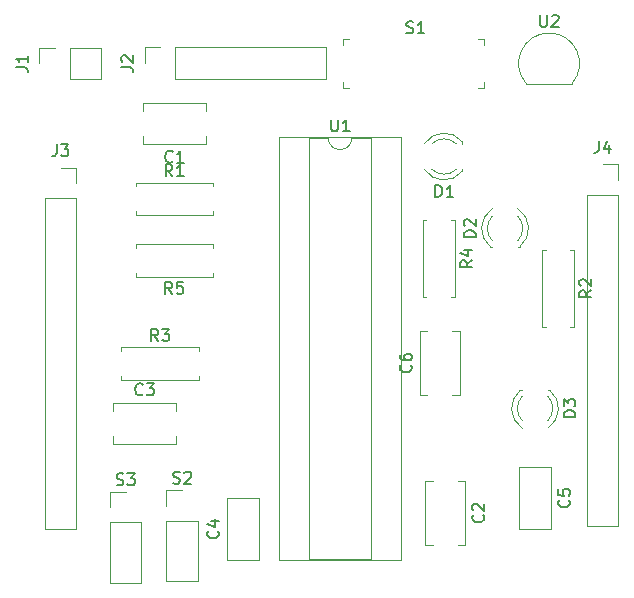
<source format=gbr>
%TF.GenerationSoftware,KiCad,Pcbnew,7.0.1-0*%
%TF.CreationDate,2023-04-18T13:23:17-05:00*%
%TF.ProjectId,ME 433 PCB,4d452034-3333-4205-9043-422e6b696361,rev?*%
%TF.SameCoordinates,Original*%
%TF.FileFunction,Legend,Top*%
%TF.FilePolarity,Positive*%
%FSLAX46Y46*%
G04 Gerber Fmt 4.6, Leading zero omitted, Abs format (unit mm)*
G04 Created by KiCad (PCBNEW 7.0.1-0) date 2023-04-18 13:23:17*
%MOMM*%
%LPD*%
G01*
G04 APERTURE LIST*
%ADD10C,0.150000*%
%ADD11C,0.120000*%
%ADD12C,0.100000*%
G04 APERTURE END LIST*
D10*
%TO.C,R1*%
X111525572Y-113684093D02*
X111192239Y-113207902D01*
X110954144Y-113684093D02*
X110954144Y-112684093D01*
X110954144Y-112684093D02*
X111335096Y-112684093D01*
X111335096Y-112684093D02*
X111430334Y-112731712D01*
X111430334Y-112731712D02*
X111477953Y-112779331D01*
X111477953Y-112779331D02*
X111525572Y-112874569D01*
X111525572Y-112874569D02*
X111525572Y-113017426D01*
X111525572Y-113017426D02*
X111477953Y-113112664D01*
X111477953Y-113112664D02*
X111430334Y-113160283D01*
X111430334Y-113160283D02*
X111335096Y-113207902D01*
X111335096Y-113207902D02*
X110954144Y-113207902D01*
X112477953Y-113684093D02*
X111906525Y-113684093D01*
X112192239Y-113684093D02*
X112192239Y-112684093D01*
X112192239Y-112684093D02*
X112097001Y-112826950D01*
X112097001Y-112826950D02*
X112001763Y-112922188D01*
X112001763Y-112922188D02*
X111906525Y-112969807D01*
%TO.C,R3*%
X110323333Y-127632619D02*
X109990000Y-127156428D01*
X109751905Y-127632619D02*
X109751905Y-126632619D01*
X109751905Y-126632619D02*
X110132857Y-126632619D01*
X110132857Y-126632619D02*
X110228095Y-126680238D01*
X110228095Y-126680238D02*
X110275714Y-126727857D01*
X110275714Y-126727857D02*
X110323333Y-126823095D01*
X110323333Y-126823095D02*
X110323333Y-126965952D01*
X110323333Y-126965952D02*
X110275714Y-127061190D01*
X110275714Y-127061190D02*
X110228095Y-127108809D01*
X110228095Y-127108809D02*
X110132857Y-127156428D01*
X110132857Y-127156428D02*
X109751905Y-127156428D01*
X110656667Y-126632619D02*
X111275714Y-126632619D01*
X111275714Y-126632619D02*
X110942381Y-127013571D01*
X110942381Y-127013571D02*
X111085238Y-127013571D01*
X111085238Y-127013571D02*
X111180476Y-127061190D01*
X111180476Y-127061190D02*
X111228095Y-127108809D01*
X111228095Y-127108809D02*
X111275714Y-127204047D01*
X111275714Y-127204047D02*
X111275714Y-127442142D01*
X111275714Y-127442142D02*
X111228095Y-127537380D01*
X111228095Y-127537380D02*
X111180476Y-127585000D01*
X111180476Y-127585000D02*
X111085238Y-127632619D01*
X111085238Y-127632619D02*
X110799524Y-127632619D01*
X110799524Y-127632619D02*
X110704286Y-127585000D01*
X110704286Y-127585000D02*
X110656667Y-127537380D01*
%TO.C,D3*%
X145662619Y-134088094D02*
X144662619Y-134088094D01*
X144662619Y-134088094D02*
X144662619Y-133849999D01*
X144662619Y-133849999D02*
X144710238Y-133707142D01*
X144710238Y-133707142D02*
X144805476Y-133611904D01*
X144805476Y-133611904D02*
X144900714Y-133564285D01*
X144900714Y-133564285D02*
X145091190Y-133516666D01*
X145091190Y-133516666D02*
X145234047Y-133516666D01*
X145234047Y-133516666D02*
X145424523Y-133564285D01*
X145424523Y-133564285D02*
X145519761Y-133611904D01*
X145519761Y-133611904D02*
X145615000Y-133707142D01*
X145615000Y-133707142D02*
X145662619Y-133849999D01*
X145662619Y-133849999D02*
X145662619Y-134088094D01*
X144662619Y-133183332D02*
X144662619Y-132564285D01*
X144662619Y-132564285D02*
X145043571Y-132897618D01*
X145043571Y-132897618D02*
X145043571Y-132754761D01*
X145043571Y-132754761D02*
X145091190Y-132659523D01*
X145091190Y-132659523D02*
X145138809Y-132611904D01*
X145138809Y-132611904D02*
X145234047Y-132564285D01*
X145234047Y-132564285D02*
X145472142Y-132564285D01*
X145472142Y-132564285D02*
X145567380Y-132611904D01*
X145567380Y-132611904D02*
X145615000Y-132659523D01*
X145615000Y-132659523D02*
X145662619Y-132754761D01*
X145662619Y-132754761D02*
X145662619Y-133040475D01*
X145662619Y-133040475D02*
X145615000Y-133135713D01*
X145615000Y-133135713D02*
X145567380Y-133183332D01*
%TO.C,C4*%
X115388047Y-143736782D02*
X115435667Y-143784401D01*
X115435667Y-143784401D02*
X115483286Y-143927258D01*
X115483286Y-143927258D02*
X115483286Y-144022496D01*
X115483286Y-144022496D02*
X115435667Y-144165353D01*
X115435667Y-144165353D02*
X115340428Y-144260591D01*
X115340428Y-144260591D02*
X115245190Y-144308210D01*
X115245190Y-144308210D02*
X115054714Y-144355829D01*
X115054714Y-144355829D02*
X114911857Y-144355829D01*
X114911857Y-144355829D02*
X114721381Y-144308210D01*
X114721381Y-144308210D02*
X114626143Y-144260591D01*
X114626143Y-144260591D02*
X114530905Y-144165353D01*
X114530905Y-144165353D02*
X114483286Y-144022496D01*
X114483286Y-144022496D02*
X114483286Y-143927258D01*
X114483286Y-143927258D02*
X114530905Y-143784401D01*
X114530905Y-143784401D02*
X114578524Y-143736782D01*
X114816619Y-142879639D02*
X115483286Y-142879639D01*
X114435667Y-143117734D02*
X115149952Y-143355829D01*
X115149952Y-143355829D02*
X115149952Y-142736782D01*
%TO.C,R4*%
X136914374Y-120816666D02*
X136438183Y-121149999D01*
X136914374Y-121388094D02*
X135914374Y-121388094D01*
X135914374Y-121388094D02*
X135914374Y-121007142D01*
X135914374Y-121007142D02*
X135961993Y-120911904D01*
X135961993Y-120911904D02*
X136009612Y-120864285D01*
X136009612Y-120864285D02*
X136104850Y-120816666D01*
X136104850Y-120816666D02*
X136247707Y-120816666D01*
X136247707Y-120816666D02*
X136342945Y-120864285D01*
X136342945Y-120864285D02*
X136390564Y-120911904D01*
X136390564Y-120911904D02*
X136438183Y-121007142D01*
X136438183Y-121007142D02*
X136438183Y-121388094D01*
X136247707Y-119959523D02*
X136914374Y-119959523D01*
X135866755Y-120197618D02*
X136581040Y-120435713D01*
X136581040Y-120435713D02*
X136581040Y-119816666D01*
%TO.C,J3*%
X101734546Y-110981562D02*
X101734546Y-111695847D01*
X101734546Y-111695847D02*
X101686927Y-111838704D01*
X101686927Y-111838704D02*
X101591689Y-111933943D01*
X101591689Y-111933943D02*
X101448832Y-111981562D01*
X101448832Y-111981562D02*
X101353594Y-111981562D01*
X102115499Y-110981562D02*
X102734546Y-110981562D01*
X102734546Y-110981562D02*
X102401213Y-111362514D01*
X102401213Y-111362514D02*
X102544070Y-111362514D01*
X102544070Y-111362514D02*
X102639308Y-111410133D01*
X102639308Y-111410133D02*
X102686927Y-111457752D01*
X102686927Y-111457752D02*
X102734546Y-111552990D01*
X102734546Y-111552990D02*
X102734546Y-111791085D01*
X102734546Y-111791085D02*
X102686927Y-111886323D01*
X102686927Y-111886323D02*
X102639308Y-111933943D01*
X102639308Y-111933943D02*
X102544070Y-111981562D01*
X102544070Y-111981562D02*
X102258356Y-111981562D01*
X102258356Y-111981562D02*
X102163118Y-111933943D01*
X102163118Y-111933943D02*
X102115499Y-111886323D01*
%TO.C,U2*%
X142668095Y-100042619D02*
X142668095Y-100852142D01*
X142668095Y-100852142D02*
X142715714Y-100947380D01*
X142715714Y-100947380D02*
X142763333Y-100995000D01*
X142763333Y-100995000D02*
X142858571Y-101042619D01*
X142858571Y-101042619D02*
X143049047Y-101042619D01*
X143049047Y-101042619D02*
X143144285Y-100995000D01*
X143144285Y-100995000D02*
X143191904Y-100947380D01*
X143191904Y-100947380D02*
X143239523Y-100852142D01*
X143239523Y-100852142D02*
X143239523Y-100042619D01*
X143668095Y-100137857D02*
X143715714Y-100090238D01*
X143715714Y-100090238D02*
X143810952Y-100042619D01*
X143810952Y-100042619D02*
X144049047Y-100042619D01*
X144049047Y-100042619D02*
X144144285Y-100090238D01*
X144144285Y-100090238D02*
X144191904Y-100137857D01*
X144191904Y-100137857D02*
X144239523Y-100233095D01*
X144239523Y-100233095D02*
X144239523Y-100328333D01*
X144239523Y-100328333D02*
X144191904Y-100471190D01*
X144191904Y-100471190D02*
X143620476Y-101042619D01*
X143620476Y-101042619D02*
X144239523Y-101042619D01*
%TO.C,C6*%
X131703194Y-129666666D02*
X131750814Y-129714285D01*
X131750814Y-129714285D02*
X131798433Y-129857142D01*
X131798433Y-129857142D02*
X131798433Y-129952380D01*
X131798433Y-129952380D02*
X131750814Y-130095237D01*
X131750814Y-130095237D02*
X131655575Y-130190475D01*
X131655575Y-130190475D02*
X131560337Y-130238094D01*
X131560337Y-130238094D02*
X131369861Y-130285713D01*
X131369861Y-130285713D02*
X131227004Y-130285713D01*
X131227004Y-130285713D02*
X131036528Y-130238094D01*
X131036528Y-130238094D02*
X130941290Y-130190475D01*
X130941290Y-130190475D02*
X130846052Y-130095237D01*
X130846052Y-130095237D02*
X130798433Y-129952380D01*
X130798433Y-129952380D02*
X130798433Y-129857142D01*
X130798433Y-129857142D02*
X130846052Y-129714285D01*
X130846052Y-129714285D02*
X130893671Y-129666666D01*
X130798433Y-128809523D02*
X130798433Y-128999999D01*
X130798433Y-128999999D02*
X130846052Y-129095237D01*
X130846052Y-129095237D02*
X130893671Y-129142856D01*
X130893671Y-129142856D02*
X131036528Y-129238094D01*
X131036528Y-129238094D02*
X131227004Y-129285713D01*
X131227004Y-129285713D02*
X131607956Y-129285713D01*
X131607956Y-129285713D02*
X131703194Y-129238094D01*
X131703194Y-129238094D02*
X131750814Y-129190475D01*
X131750814Y-129190475D02*
X131798433Y-129095237D01*
X131798433Y-129095237D02*
X131798433Y-128904761D01*
X131798433Y-128904761D02*
X131750814Y-128809523D01*
X131750814Y-128809523D02*
X131703194Y-128761904D01*
X131703194Y-128761904D02*
X131607956Y-128714285D01*
X131607956Y-128714285D02*
X131369861Y-128714285D01*
X131369861Y-128714285D02*
X131274623Y-128761904D01*
X131274623Y-128761904D02*
X131227004Y-128809523D01*
X131227004Y-128809523D02*
X131179385Y-128904761D01*
X131179385Y-128904761D02*
X131179385Y-129095237D01*
X131179385Y-129095237D02*
X131227004Y-129190475D01*
X131227004Y-129190475D02*
X131274623Y-129238094D01*
X131274623Y-129238094D02*
X131369861Y-129285713D01*
%TO.C,C3*%
X109013333Y-132137380D02*
X108965714Y-132185000D01*
X108965714Y-132185000D02*
X108822857Y-132232619D01*
X108822857Y-132232619D02*
X108727619Y-132232619D01*
X108727619Y-132232619D02*
X108584762Y-132185000D01*
X108584762Y-132185000D02*
X108489524Y-132089761D01*
X108489524Y-132089761D02*
X108441905Y-131994523D01*
X108441905Y-131994523D02*
X108394286Y-131804047D01*
X108394286Y-131804047D02*
X108394286Y-131661190D01*
X108394286Y-131661190D02*
X108441905Y-131470714D01*
X108441905Y-131470714D02*
X108489524Y-131375476D01*
X108489524Y-131375476D02*
X108584762Y-131280238D01*
X108584762Y-131280238D02*
X108727619Y-131232619D01*
X108727619Y-131232619D02*
X108822857Y-131232619D01*
X108822857Y-131232619D02*
X108965714Y-131280238D01*
X108965714Y-131280238D02*
X109013333Y-131327857D01*
X109346667Y-131232619D02*
X109965714Y-131232619D01*
X109965714Y-131232619D02*
X109632381Y-131613571D01*
X109632381Y-131613571D02*
X109775238Y-131613571D01*
X109775238Y-131613571D02*
X109870476Y-131661190D01*
X109870476Y-131661190D02*
X109918095Y-131708809D01*
X109918095Y-131708809D02*
X109965714Y-131804047D01*
X109965714Y-131804047D02*
X109965714Y-132042142D01*
X109965714Y-132042142D02*
X109918095Y-132137380D01*
X109918095Y-132137380D02*
X109870476Y-132185000D01*
X109870476Y-132185000D02*
X109775238Y-132232619D01*
X109775238Y-132232619D02*
X109489524Y-132232619D01*
X109489524Y-132232619D02*
X109394286Y-132185000D01*
X109394286Y-132185000D02*
X109346667Y-132137380D01*
%TO.C,S3*%
X106819369Y-139807258D02*
X106962226Y-139854877D01*
X106962226Y-139854877D02*
X107200321Y-139854877D01*
X107200321Y-139854877D02*
X107295559Y-139807258D01*
X107295559Y-139807258D02*
X107343178Y-139759638D01*
X107343178Y-139759638D02*
X107390797Y-139664400D01*
X107390797Y-139664400D02*
X107390797Y-139569162D01*
X107390797Y-139569162D02*
X107343178Y-139473924D01*
X107343178Y-139473924D02*
X107295559Y-139426305D01*
X107295559Y-139426305D02*
X107200321Y-139378686D01*
X107200321Y-139378686D02*
X107009845Y-139331067D01*
X107009845Y-139331067D02*
X106914607Y-139283448D01*
X106914607Y-139283448D02*
X106866988Y-139235829D01*
X106866988Y-139235829D02*
X106819369Y-139140591D01*
X106819369Y-139140591D02*
X106819369Y-139045353D01*
X106819369Y-139045353D02*
X106866988Y-138950115D01*
X106866988Y-138950115D02*
X106914607Y-138902496D01*
X106914607Y-138902496D02*
X107009845Y-138854877D01*
X107009845Y-138854877D02*
X107247940Y-138854877D01*
X107247940Y-138854877D02*
X107390797Y-138902496D01*
X107724131Y-138854877D02*
X108343178Y-138854877D01*
X108343178Y-138854877D02*
X108009845Y-139235829D01*
X108009845Y-139235829D02*
X108152702Y-139235829D01*
X108152702Y-139235829D02*
X108247940Y-139283448D01*
X108247940Y-139283448D02*
X108295559Y-139331067D01*
X108295559Y-139331067D02*
X108343178Y-139426305D01*
X108343178Y-139426305D02*
X108343178Y-139664400D01*
X108343178Y-139664400D02*
X108295559Y-139759638D01*
X108295559Y-139759638D02*
X108247940Y-139807258D01*
X108247940Y-139807258D02*
X108152702Y-139854877D01*
X108152702Y-139854877D02*
X107866988Y-139854877D01*
X107866988Y-139854877D02*
X107771750Y-139807258D01*
X107771750Y-139807258D02*
X107724131Y-139759638D01*
%TO.C,S2*%
X111602235Y-139657794D02*
X111745092Y-139705413D01*
X111745092Y-139705413D02*
X111983187Y-139705413D01*
X111983187Y-139705413D02*
X112078425Y-139657794D01*
X112078425Y-139657794D02*
X112126044Y-139610174D01*
X112126044Y-139610174D02*
X112173663Y-139514936D01*
X112173663Y-139514936D02*
X112173663Y-139419698D01*
X112173663Y-139419698D02*
X112126044Y-139324460D01*
X112126044Y-139324460D02*
X112078425Y-139276841D01*
X112078425Y-139276841D02*
X111983187Y-139229222D01*
X111983187Y-139229222D02*
X111792711Y-139181603D01*
X111792711Y-139181603D02*
X111697473Y-139133984D01*
X111697473Y-139133984D02*
X111649854Y-139086365D01*
X111649854Y-139086365D02*
X111602235Y-138991127D01*
X111602235Y-138991127D02*
X111602235Y-138895889D01*
X111602235Y-138895889D02*
X111649854Y-138800651D01*
X111649854Y-138800651D02*
X111697473Y-138753032D01*
X111697473Y-138753032D02*
X111792711Y-138705413D01*
X111792711Y-138705413D02*
X112030806Y-138705413D01*
X112030806Y-138705413D02*
X112173663Y-138753032D01*
X112554616Y-138800651D02*
X112602235Y-138753032D01*
X112602235Y-138753032D02*
X112697473Y-138705413D01*
X112697473Y-138705413D02*
X112935568Y-138705413D01*
X112935568Y-138705413D02*
X113030806Y-138753032D01*
X113030806Y-138753032D02*
X113078425Y-138800651D01*
X113078425Y-138800651D02*
X113126044Y-138895889D01*
X113126044Y-138895889D02*
X113126044Y-138991127D01*
X113126044Y-138991127D02*
X113078425Y-139133984D01*
X113078425Y-139133984D02*
X112506997Y-139705413D01*
X112506997Y-139705413D02*
X113126044Y-139705413D01*
%TO.C,U1*%
X124968095Y-108892619D02*
X124968095Y-109702142D01*
X124968095Y-109702142D02*
X125015714Y-109797380D01*
X125015714Y-109797380D02*
X125063333Y-109845000D01*
X125063333Y-109845000D02*
X125158571Y-109892619D01*
X125158571Y-109892619D02*
X125349047Y-109892619D01*
X125349047Y-109892619D02*
X125444285Y-109845000D01*
X125444285Y-109845000D02*
X125491904Y-109797380D01*
X125491904Y-109797380D02*
X125539523Y-109702142D01*
X125539523Y-109702142D02*
X125539523Y-108892619D01*
X126539523Y-109892619D02*
X125968095Y-109892619D01*
X126253809Y-109892619D02*
X126253809Y-108892619D01*
X126253809Y-108892619D02*
X126158571Y-109035476D01*
X126158571Y-109035476D02*
X126063333Y-109130714D01*
X126063333Y-109130714D02*
X125968095Y-109178333D01*
%TO.C,R2*%
X146999732Y-123356666D02*
X146523541Y-123689999D01*
X146999732Y-123928094D02*
X145999732Y-123928094D01*
X145999732Y-123928094D02*
X145999732Y-123547142D01*
X145999732Y-123547142D02*
X146047351Y-123451904D01*
X146047351Y-123451904D02*
X146094970Y-123404285D01*
X146094970Y-123404285D02*
X146190208Y-123356666D01*
X146190208Y-123356666D02*
X146333065Y-123356666D01*
X146333065Y-123356666D02*
X146428303Y-123404285D01*
X146428303Y-123404285D02*
X146475922Y-123451904D01*
X146475922Y-123451904D02*
X146523541Y-123547142D01*
X146523541Y-123547142D02*
X146523541Y-123928094D01*
X146094970Y-122975713D02*
X146047351Y-122928094D01*
X146047351Y-122928094D02*
X145999732Y-122832856D01*
X145999732Y-122832856D02*
X145999732Y-122594761D01*
X145999732Y-122594761D02*
X146047351Y-122499523D01*
X146047351Y-122499523D02*
X146094970Y-122451904D01*
X146094970Y-122451904D02*
X146190208Y-122404285D01*
X146190208Y-122404285D02*
X146285446Y-122404285D01*
X146285446Y-122404285D02*
X146428303Y-122451904D01*
X146428303Y-122451904D02*
X146999732Y-123023332D01*
X146999732Y-123023332D02*
X146999732Y-122404285D01*
%TO.C,R5*%
X111517301Y-123642324D02*
X111183968Y-123166133D01*
X110945873Y-123642324D02*
X110945873Y-122642324D01*
X110945873Y-122642324D02*
X111326825Y-122642324D01*
X111326825Y-122642324D02*
X111422063Y-122689943D01*
X111422063Y-122689943D02*
X111469682Y-122737562D01*
X111469682Y-122737562D02*
X111517301Y-122832800D01*
X111517301Y-122832800D02*
X111517301Y-122975657D01*
X111517301Y-122975657D02*
X111469682Y-123070895D01*
X111469682Y-123070895D02*
X111422063Y-123118514D01*
X111422063Y-123118514D02*
X111326825Y-123166133D01*
X111326825Y-123166133D02*
X110945873Y-123166133D01*
X112422063Y-122642324D02*
X111945873Y-122642324D01*
X111945873Y-122642324D02*
X111898254Y-123118514D01*
X111898254Y-123118514D02*
X111945873Y-123070895D01*
X111945873Y-123070895D02*
X112041111Y-123023276D01*
X112041111Y-123023276D02*
X112279206Y-123023276D01*
X112279206Y-123023276D02*
X112374444Y-123070895D01*
X112374444Y-123070895D02*
X112422063Y-123118514D01*
X112422063Y-123118514D02*
X112469682Y-123213752D01*
X112469682Y-123213752D02*
X112469682Y-123451847D01*
X112469682Y-123451847D02*
X112422063Y-123547085D01*
X112422063Y-123547085D02*
X112374444Y-123594705D01*
X112374444Y-123594705D02*
X112279206Y-123642324D01*
X112279206Y-123642324D02*
X112041111Y-123642324D01*
X112041111Y-123642324D02*
X111945873Y-123594705D01*
X111945873Y-123594705D02*
X111898254Y-123547085D01*
%TO.C,J1*%
X98292619Y-104473333D02*
X99006904Y-104473333D01*
X99006904Y-104473333D02*
X99149761Y-104520952D01*
X99149761Y-104520952D02*
X99245000Y-104616190D01*
X99245000Y-104616190D02*
X99292619Y-104759047D01*
X99292619Y-104759047D02*
X99292619Y-104854285D01*
X99292619Y-103473333D02*
X99292619Y-104044761D01*
X99292619Y-103759047D02*
X98292619Y-103759047D01*
X98292619Y-103759047D02*
X98435476Y-103854285D01*
X98435476Y-103854285D02*
X98530714Y-103949523D01*
X98530714Y-103949523D02*
X98578333Y-104044761D01*
%TO.C,C1*%
X111553333Y-112437380D02*
X111505714Y-112485000D01*
X111505714Y-112485000D02*
X111362857Y-112532619D01*
X111362857Y-112532619D02*
X111267619Y-112532619D01*
X111267619Y-112532619D02*
X111124762Y-112485000D01*
X111124762Y-112485000D02*
X111029524Y-112389761D01*
X111029524Y-112389761D02*
X110981905Y-112294523D01*
X110981905Y-112294523D02*
X110934286Y-112104047D01*
X110934286Y-112104047D02*
X110934286Y-111961190D01*
X110934286Y-111961190D02*
X110981905Y-111770714D01*
X110981905Y-111770714D02*
X111029524Y-111675476D01*
X111029524Y-111675476D02*
X111124762Y-111580238D01*
X111124762Y-111580238D02*
X111267619Y-111532619D01*
X111267619Y-111532619D02*
X111362857Y-111532619D01*
X111362857Y-111532619D02*
X111505714Y-111580238D01*
X111505714Y-111580238D02*
X111553333Y-111627857D01*
X112505714Y-112532619D02*
X111934286Y-112532619D01*
X112220000Y-112532619D02*
X112220000Y-111532619D01*
X112220000Y-111532619D02*
X112124762Y-111675476D01*
X112124762Y-111675476D02*
X112029524Y-111770714D01*
X112029524Y-111770714D02*
X111934286Y-111818333D01*
%TO.C,D2*%
X137202619Y-118848094D02*
X136202619Y-118848094D01*
X136202619Y-118848094D02*
X136202619Y-118609999D01*
X136202619Y-118609999D02*
X136250238Y-118467142D01*
X136250238Y-118467142D02*
X136345476Y-118371904D01*
X136345476Y-118371904D02*
X136440714Y-118324285D01*
X136440714Y-118324285D02*
X136631190Y-118276666D01*
X136631190Y-118276666D02*
X136774047Y-118276666D01*
X136774047Y-118276666D02*
X136964523Y-118324285D01*
X136964523Y-118324285D02*
X137059761Y-118371904D01*
X137059761Y-118371904D02*
X137155000Y-118467142D01*
X137155000Y-118467142D02*
X137202619Y-118609999D01*
X137202619Y-118609999D02*
X137202619Y-118848094D01*
X136297857Y-117895713D02*
X136250238Y-117848094D01*
X136250238Y-117848094D02*
X136202619Y-117752856D01*
X136202619Y-117752856D02*
X136202619Y-117514761D01*
X136202619Y-117514761D02*
X136250238Y-117419523D01*
X136250238Y-117419523D02*
X136297857Y-117371904D01*
X136297857Y-117371904D02*
X136393095Y-117324285D01*
X136393095Y-117324285D02*
X136488333Y-117324285D01*
X136488333Y-117324285D02*
X136631190Y-117371904D01*
X136631190Y-117371904D02*
X137202619Y-117943332D01*
X137202619Y-117943332D02*
X137202619Y-117324285D01*
%TO.C,J2*%
X107207619Y-104448333D02*
X107921904Y-104448333D01*
X107921904Y-104448333D02*
X108064761Y-104495952D01*
X108064761Y-104495952D02*
X108160000Y-104591190D01*
X108160000Y-104591190D02*
X108207619Y-104734047D01*
X108207619Y-104734047D02*
X108207619Y-104829285D01*
X107302857Y-104019761D02*
X107255238Y-103972142D01*
X107255238Y-103972142D02*
X107207619Y-103876904D01*
X107207619Y-103876904D02*
X107207619Y-103638809D01*
X107207619Y-103638809D02*
X107255238Y-103543571D01*
X107255238Y-103543571D02*
X107302857Y-103495952D01*
X107302857Y-103495952D02*
X107398095Y-103448333D01*
X107398095Y-103448333D02*
X107493333Y-103448333D01*
X107493333Y-103448333D02*
X107636190Y-103495952D01*
X107636190Y-103495952D02*
X108207619Y-104067380D01*
X108207619Y-104067380D02*
X108207619Y-103448333D01*
%TO.C,S1*%
X131348095Y-101535000D02*
X131490952Y-101582619D01*
X131490952Y-101582619D02*
X131729047Y-101582619D01*
X131729047Y-101582619D02*
X131824285Y-101535000D01*
X131824285Y-101535000D02*
X131871904Y-101487380D01*
X131871904Y-101487380D02*
X131919523Y-101392142D01*
X131919523Y-101392142D02*
X131919523Y-101296904D01*
X131919523Y-101296904D02*
X131871904Y-101201666D01*
X131871904Y-101201666D02*
X131824285Y-101154047D01*
X131824285Y-101154047D02*
X131729047Y-101106428D01*
X131729047Y-101106428D02*
X131538571Y-101058809D01*
X131538571Y-101058809D02*
X131443333Y-101011190D01*
X131443333Y-101011190D02*
X131395714Y-100963571D01*
X131395714Y-100963571D02*
X131348095Y-100868333D01*
X131348095Y-100868333D02*
X131348095Y-100773095D01*
X131348095Y-100773095D02*
X131395714Y-100677857D01*
X131395714Y-100677857D02*
X131443333Y-100630238D01*
X131443333Y-100630238D02*
X131538571Y-100582619D01*
X131538571Y-100582619D02*
X131776666Y-100582619D01*
X131776666Y-100582619D02*
X131919523Y-100630238D01*
X132871904Y-101582619D02*
X132300476Y-101582619D01*
X132586190Y-101582619D02*
X132586190Y-100582619D01*
X132586190Y-100582619D02*
X132490952Y-100725476D01*
X132490952Y-100725476D02*
X132395714Y-100820714D01*
X132395714Y-100820714D02*
X132300476Y-100868333D01*
%TO.C,J4*%
X147635487Y-110716850D02*
X147635487Y-111431135D01*
X147635487Y-111431135D02*
X147587868Y-111573992D01*
X147587868Y-111573992D02*
X147492630Y-111669231D01*
X147492630Y-111669231D02*
X147349773Y-111716850D01*
X147349773Y-111716850D02*
X147254535Y-111716850D01*
X148540249Y-111050183D02*
X148540249Y-111716850D01*
X148302154Y-110669231D02*
X148064059Y-111383516D01*
X148064059Y-111383516D02*
X148683106Y-111383516D01*
%TO.C,C5*%
X145107380Y-141116666D02*
X145155000Y-141164285D01*
X145155000Y-141164285D02*
X145202619Y-141307142D01*
X145202619Y-141307142D02*
X145202619Y-141402380D01*
X145202619Y-141402380D02*
X145155000Y-141545237D01*
X145155000Y-141545237D02*
X145059761Y-141640475D01*
X145059761Y-141640475D02*
X144964523Y-141688094D01*
X144964523Y-141688094D02*
X144774047Y-141735713D01*
X144774047Y-141735713D02*
X144631190Y-141735713D01*
X144631190Y-141735713D02*
X144440714Y-141688094D01*
X144440714Y-141688094D02*
X144345476Y-141640475D01*
X144345476Y-141640475D02*
X144250238Y-141545237D01*
X144250238Y-141545237D02*
X144202619Y-141402380D01*
X144202619Y-141402380D02*
X144202619Y-141307142D01*
X144202619Y-141307142D02*
X144250238Y-141164285D01*
X144250238Y-141164285D02*
X144297857Y-141116666D01*
X144202619Y-140211904D02*
X144202619Y-140688094D01*
X144202619Y-140688094D02*
X144678809Y-140735713D01*
X144678809Y-140735713D02*
X144631190Y-140688094D01*
X144631190Y-140688094D02*
X144583571Y-140592856D01*
X144583571Y-140592856D02*
X144583571Y-140354761D01*
X144583571Y-140354761D02*
X144631190Y-140259523D01*
X144631190Y-140259523D02*
X144678809Y-140211904D01*
X144678809Y-140211904D02*
X144774047Y-140164285D01*
X144774047Y-140164285D02*
X145012142Y-140164285D01*
X145012142Y-140164285D02*
X145107380Y-140211904D01*
X145107380Y-140211904D02*
X145155000Y-140259523D01*
X145155000Y-140259523D02*
X145202619Y-140354761D01*
X145202619Y-140354761D02*
X145202619Y-140592856D01*
X145202619Y-140592856D02*
X145155000Y-140688094D01*
X145155000Y-140688094D02*
X145107380Y-140735713D01*
%TO.C,D1*%
X133797933Y-115442895D02*
X133797933Y-114442895D01*
X133797933Y-114442895D02*
X134036028Y-114442895D01*
X134036028Y-114442895D02*
X134178885Y-114490514D01*
X134178885Y-114490514D02*
X134274123Y-114585752D01*
X134274123Y-114585752D02*
X134321742Y-114680990D01*
X134321742Y-114680990D02*
X134369361Y-114871466D01*
X134369361Y-114871466D02*
X134369361Y-115014323D01*
X134369361Y-115014323D02*
X134321742Y-115204799D01*
X134321742Y-115204799D02*
X134274123Y-115300037D01*
X134274123Y-115300037D02*
X134178885Y-115395276D01*
X134178885Y-115395276D02*
X134036028Y-115442895D01*
X134036028Y-115442895D02*
X133797933Y-115442895D01*
X135321742Y-115442895D02*
X134750314Y-115442895D01*
X135036028Y-115442895D02*
X135036028Y-114442895D01*
X135036028Y-114442895D02*
X134940790Y-114585752D01*
X134940790Y-114585752D02*
X134845552Y-114680990D01*
X134845552Y-114680990D02*
X134750314Y-114728609D01*
%TO.C,C2*%
X137837380Y-142366666D02*
X137885000Y-142414285D01*
X137885000Y-142414285D02*
X137932619Y-142557142D01*
X137932619Y-142557142D02*
X137932619Y-142652380D01*
X137932619Y-142652380D02*
X137885000Y-142795237D01*
X137885000Y-142795237D02*
X137789761Y-142890475D01*
X137789761Y-142890475D02*
X137694523Y-142938094D01*
X137694523Y-142938094D02*
X137504047Y-142985713D01*
X137504047Y-142985713D02*
X137361190Y-142985713D01*
X137361190Y-142985713D02*
X137170714Y-142938094D01*
X137170714Y-142938094D02*
X137075476Y-142890475D01*
X137075476Y-142890475D02*
X136980238Y-142795237D01*
X136980238Y-142795237D02*
X136932619Y-142652380D01*
X136932619Y-142652380D02*
X136932619Y-142557142D01*
X136932619Y-142557142D02*
X136980238Y-142414285D01*
X136980238Y-142414285D02*
X137027857Y-142366666D01*
X137027857Y-141985713D02*
X136980238Y-141938094D01*
X136980238Y-141938094D02*
X136932619Y-141842856D01*
X136932619Y-141842856D02*
X136932619Y-141604761D01*
X136932619Y-141604761D02*
X136980238Y-141509523D01*
X136980238Y-141509523D02*
X137027857Y-141461904D01*
X137027857Y-141461904D02*
X137123095Y-141414285D01*
X137123095Y-141414285D02*
X137218333Y-141414285D01*
X137218333Y-141414285D02*
X137361190Y-141461904D01*
X137361190Y-141461904D02*
X137932619Y-142033332D01*
X137932619Y-142033332D02*
X137932619Y-141414285D01*
D11*
%TO.C,R1*%
X108422239Y-114221474D02*
X114962239Y-114221474D01*
X108422239Y-114551474D02*
X108422239Y-114221474D01*
X108422239Y-116631474D02*
X108422239Y-116961474D01*
X108422239Y-116961474D02*
X114962239Y-116961474D01*
X114962239Y-114221474D02*
X114962239Y-114551474D01*
X114962239Y-116961474D02*
X114962239Y-116631474D01*
%TO.C,R3*%
X107220000Y-128170000D02*
X113760000Y-128170000D01*
X107220000Y-128500000D02*
X107220000Y-128170000D01*
X107220000Y-130580000D02*
X107220000Y-130910000D01*
X107220000Y-130910000D02*
X113760000Y-130910000D01*
X113760000Y-128170000D02*
X113760000Y-128500000D01*
X113760000Y-130910000D02*
X113760000Y-130580000D01*
%TO.C,D3*%
X143476000Y-131790000D02*
X143320000Y-131790000D01*
X141160000Y-131790000D02*
X141004000Y-131790000D01*
X143318608Y-135022334D02*
G75*
G03*
X143475515Y-131790001I-1078608J1672334D01*
G01*
X143319836Y-134391129D02*
G75*
G03*
X143319999Y-132309040I-1079836J1041129D01*
G01*
X141160001Y-132309040D02*
G75*
G03*
X141160164Y-134391129I1079999J-1040960D01*
G01*
X141004485Y-131790001D02*
G75*
G03*
X141161392Y-135022334I1235515J-1559999D01*
G01*
%TO.C,C4*%
X116150667Y-146190116D02*
X118890667Y-146190116D01*
X116150667Y-146190116D02*
X116150667Y-140950116D01*
X118890667Y-146190116D02*
X118890667Y-140950116D01*
X116150667Y-140950116D02*
X118890667Y-140950116D01*
%TO.C,R4*%
X135451755Y-117380000D02*
X135451755Y-123920000D01*
X135121755Y-117380000D02*
X135451755Y-117380000D01*
X133041755Y-117380000D02*
X132711755Y-117380000D01*
X132711755Y-117380000D02*
X132711755Y-123920000D01*
X135451755Y-123920000D02*
X135121755Y-123920000D01*
X132711755Y-123920000D02*
X133041755Y-123920000D01*
%TO.C,J3*%
X100737880Y-115558943D02*
X100737880Y-143558943D01*
X100737880Y-115558943D02*
X103397880Y-115558943D01*
X100737880Y-143558943D02*
X103397880Y-143558943D01*
X102067880Y-112958943D02*
X103397880Y-112958943D01*
X103397880Y-112958943D02*
X103397880Y-114288943D01*
X103397880Y-115558943D02*
X103397880Y-143558943D01*
%TO.C,U2*%
X141490000Y-105840000D02*
X145340000Y-105840000D01*
X145378611Y-105830122D02*
G75*
G03*
X141490000Y-105840000I-1948611J1690122D01*
G01*
%TO.C,C6*%
X132464814Y-132170000D02*
X133130814Y-132170000D01*
X132464814Y-132170000D02*
X132464814Y-126830000D01*
X135240814Y-132170000D02*
X135906814Y-132170000D01*
X135906814Y-132170000D02*
X135906814Y-126830000D01*
X132464814Y-126830000D02*
X133130814Y-126830000D01*
X135240814Y-126830000D02*
X135906814Y-126830000D01*
%TO.C,C3*%
X106510000Y-132899000D02*
X106510000Y-133565000D01*
X106510000Y-132899000D02*
X111850000Y-132899000D01*
X106510000Y-135675000D02*
X106510000Y-136341000D01*
X106510000Y-136341000D02*
X111850000Y-136341000D01*
X111850000Y-132899000D02*
X111850000Y-133565000D01*
X111850000Y-135675000D02*
X111850000Y-136341000D01*
%TO.C,S3*%
X106251274Y-140392258D02*
X107581274Y-140392258D01*
X106251274Y-141722258D02*
X106251274Y-140392258D01*
X106251274Y-142992258D02*
X106251274Y-148132258D01*
X106251274Y-142992258D02*
X108911274Y-142992258D01*
X106251274Y-148132258D02*
X108911274Y-148132258D01*
X108911274Y-142992258D02*
X108911274Y-148132258D01*
%TO.C,S2*%
X111034140Y-140242794D02*
X112364140Y-140242794D01*
X111034140Y-141572794D02*
X111034140Y-140242794D01*
X111034140Y-142842794D02*
X111034140Y-147982794D01*
X111034140Y-142842794D02*
X113694140Y-142842794D01*
X111034140Y-147982794D02*
X113694140Y-147982794D01*
X113694140Y-142842794D02*
X113694140Y-147982794D01*
%TO.C,U1*%
X120590000Y-110370000D02*
X120590000Y-146170000D01*
X120590000Y-146170000D02*
X130870000Y-146170000D01*
X123080000Y-110430000D02*
X123080000Y-146110000D01*
X123080000Y-146110000D02*
X128380000Y-146110000D01*
X124730000Y-110430000D02*
X123080000Y-110430000D01*
X128380000Y-110430000D02*
X126730000Y-110430000D01*
X128380000Y-146110000D02*
X128380000Y-110430000D01*
X130870000Y-110370000D02*
X120590000Y-110370000D01*
X130870000Y-146170000D02*
X130870000Y-110370000D01*
X124730000Y-110430000D02*
G75*
G03*
X126730000Y-110430000I1000000J0D01*
G01*
%TO.C,R2*%
X145537113Y-119920000D02*
X145537113Y-126460000D01*
X145207113Y-119920000D02*
X145537113Y-119920000D01*
X143127113Y-119920000D02*
X142797113Y-119920000D01*
X142797113Y-119920000D02*
X142797113Y-126460000D01*
X145537113Y-126460000D02*
X145207113Y-126460000D01*
X142797113Y-126460000D02*
X143127113Y-126460000D01*
%TO.C,R5*%
X114953968Y-122179705D02*
X108413968Y-122179705D01*
X114953968Y-121849705D02*
X114953968Y-122179705D01*
X114953968Y-119769705D02*
X114953968Y-119439705D01*
X114953968Y-119439705D02*
X108413968Y-119439705D01*
X108413968Y-122179705D02*
X108413968Y-121849705D01*
X108413968Y-119439705D02*
X108413968Y-119769705D01*
%TO.C,J1*%
X102870000Y-105470000D02*
X105470000Y-105470000D01*
X102870000Y-105470000D02*
X102870000Y-102810000D01*
X105470000Y-105470000D02*
X105470000Y-102810000D01*
X100270000Y-104140000D02*
X100270000Y-102810000D01*
X100270000Y-102810000D02*
X101600000Y-102810000D01*
X102870000Y-102810000D02*
X105470000Y-102810000D01*
%TO.C,C1*%
X114390000Y-110941000D02*
X114390000Y-110275000D01*
X114390000Y-110941000D02*
X109050000Y-110941000D01*
X114390000Y-108165000D02*
X114390000Y-107499000D01*
X114390000Y-107499000D02*
X109050000Y-107499000D01*
X109050000Y-110941000D02*
X109050000Y-110275000D01*
X109050000Y-108165000D02*
X109050000Y-107499000D01*
%TO.C,D2*%
X138464000Y-119670000D02*
X138620000Y-119670000D01*
X140780000Y-119670000D02*
X140936000Y-119670000D01*
X138621392Y-116437666D02*
G75*
G03*
X138464485Y-119669999I1078608J-1672334D01*
G01*
X138620164Y-117068871D02*
G75*
G03*
X138620001Y-119150960I1079836J-1041129D01*
G01*
X140779999Y-119150960D02*
G75*
G03*
X140779836Y-117068871I-1079999J1040960D01*
G01*
X140935515Y-119669999D02*
G75*
G03*
X140778608Y-116437666I-1235515J1559999D01*
G01*
%TO.C,J2*%
X111785000Y-105445000D02*
X124545000Y-105445000D01*
X111785000Y-105445000D02*
X111785000Y-102785000D01*
X124545000Y-105445000D02*
X124545000Y-102785000D01*
X109185000Y-104115000D02*
X109185000Y-102785000D01*
X109185000Y-102785000D02*
X110515000Y-102785000D01*
X111785000Y-102785000D02*
X124545000Y-102785000D01*
D12*
%TO.C,S1*%
X126020000Y-102040000D02*
X126020000Y-102540000D01*
X126020000Y-102040000D02*
X126520000Y-102040000D01*
X126020000Y-106240000D02*
X126020000Y-105740000D01*
X126020000Y-106240000D02*
X126520000Y-106240000D01*
X137920000Y-102040000D02*
X137420000Y-102040000D01*
X137920000Y-102040000D02*
X137920000Y-102540000D01*
X137920000Y-106240000D02*
X137420000Y-106240000D01*
X137920000Y-106240000D02*
X137920000Y-105740000D01*
D11*
%TO.C,J4*%
X146638821Y-115294231D02*
X146638821Y-143294231D01*
X146638821Y-115294231D02*
X149298821Y-115294231D01*
X146638821Y-143294231D02*
X149298821Y-143294231D01*
X147968821Y-112694231D02*
X149298821Y-112694231D01*
X149298821Y-112694231D02*
X149298821Y-114024231D01*
X149298821Y-115294231D02*
X149298821Y-143294231D01*
%TO.C,C5*%
X143610000Y-138330000D02*
X140870000Y-138330000D01*
X143610000Y-138330000D02*
X143610000Y-143570000D01*
X140870000Y-138330000D02*
X140870000Y-143570000D01*
X143610000Y-143570000D02*
X140870000Y-143570000D01*
%TO.C,D1*%
X136096028Y-113256276D02*
X136096028Y-113100276D01*
X136096028Y-110940276D02*
X136096028Y-110784276D01*
X132863694Y-113098884D02*
G75*
G03*
X136096027Y-113255791I1672334J1078608D01*
G01*
X133494899Y-113100112D02*
G75*
G03*
X135576988Y-113100275I1041129J1079836D01*
G01*
X135576988Y-110940277D02*
G75*
G03*
X133494899Y-110940440I-1040960J-1079999D01*
G01*
X136096027Y-110784761D02*
G75*
G03*
X132863694Y-110941668I-1559999J-1235515D01*
G01*
%TO.C,C2*%
X136341000Y-139530000D02*
X135675000Y-139530000D01*
X136341000Y-139530000D02*
X136341000Y-144870000D01*
X133565000Y-139530000D02*
X132899000Y-139530000D01*
X132899000Y-139530000D02*
X132899000Y-144870000D01*
X136341000Y-144870000D02*
X135675000Y-144870000D01*
X133565000Y-144870000D02*
X132899000Y-144870000D01*
%TD*%
M02*

</source>
